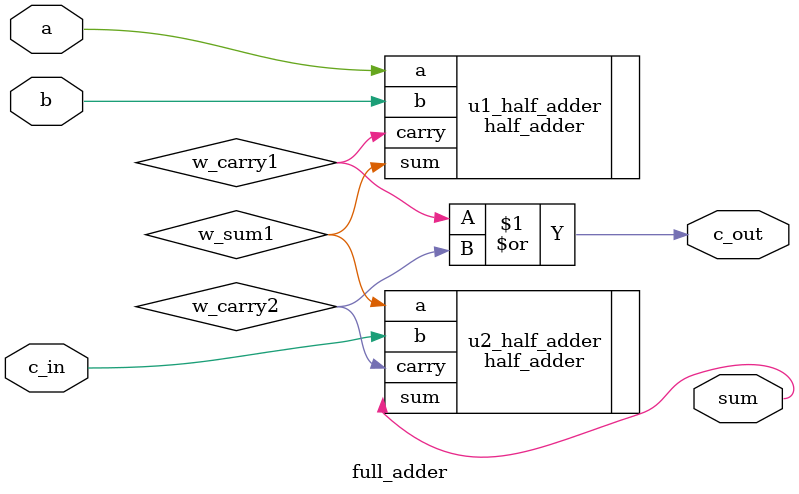
<source format=v>
`timescale 1ns / 1ps
module full_adder(a, b, c_in, sum,c_out);
 
input  a;
input  b;
input  c_in;
output sum;
output c_out;

wire w_sum1;
wire w_carry1;
wire w_carry2;

assign c_out = w_carry1 | w_carry2;


half_adder u1_half_adder
(
.a(a),
.b(b),
.sum(w_sum1),
.carry(w_carry1)
);                    
half_adder u2_half_adder
(
.a(w_sum1),
.b(c_in),
.sum(sum),
.carry(w_carry2)
);               
endmodule


</source>
